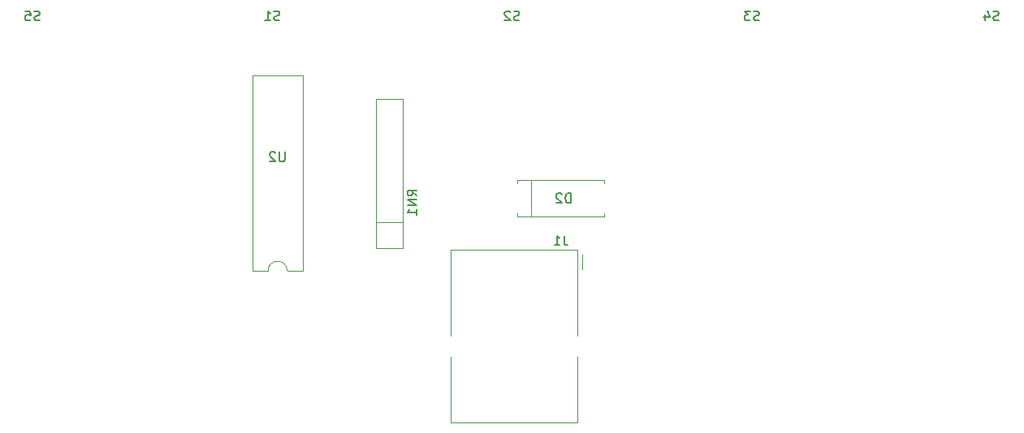
<source format=gbr>
G04 #@! TF.GenerationSoftware,KiCad,Pcbnew,5.1.5-52549c5~84~ubuntu19.10.1*
G04 #@! TF.CreationDate,2020-01-22T18:49:14-06:00*
G04 #@! TF.ProjectId,Timer,54696d65-722e-46b6-9963-61645f706362,rev?*
G04 #@! TF.SameCoordinates,PX93be440PYaa38e78*
G04 #@! TF.FileFunction,Legend,Bot*
G04 #@! TF.FilePolarity,Positive*
%FSLAX46Y46*%
G04 Gerber Fmt 4.6, Leading zero omitted, Abs format (unit mm)*
G04 Created by KiCad (PCBNEW 5.1.5-52549c5~84~ubuntu19.10.1) date 2020-01-22 18:49:14*
%MOMM*%
%LPD*%
G04 APERTURE LIST*
%ADD10C,0.120000*%
%ADD11C,0.100000*%
%ADD12C,0.150000*%
G04 APERTURE END LIST*
D10*
X-48070000Y14730000D02*
X-61270000Y14730000D01*
X-61270000Y14730000D02*
X-61270000Y5710000D01*
D11*
X-61270000Y-3150000D02*
X-61270000Y-3270000D01*
D10*
X-61270000Y-3270000D02*
X-61270000Y3510000D01*
D11*
X-61270000Y-3260000D02*
X-61270000Y-3270000D01*
D10*
X-61270000Y-3270000D02*
X-48070000Y-3270000D01*
X-48070000Y-3270000D02*
X-48070000Y3510000D01*
D11*
X-48070000Y5780000D02*
X-48070000Y5710000D01*
D10*
X-48070000Y5710000D02*
X-48070000Y14730000D01*
X-47600000Y12730000D02*
X-47600000Y14260000D01*
X-66270000Y17623000D02*
X-69070000Y17623000D01*
X-66270000Y30493000D02*
X-66270000Y14913000D01*
X-69070000Y30493000D02*
X-66270000Y30493000D01*
X-69070000Y14913000D02*
X-69070000Y30493000D01*
X-66270000Y14913000D02*
X-69070000Y14913000D01*
X-76710000Y12523000D02*
X-78360000Y12523000D01*
X-76710000Y32963000D02*
X-76710000Y12523000D01*
X-82010000Y32963000D02*
X-76710000Y32963000D01*
X-82010000Y12523000D02*
X-82010000Y32963000D01*
X-80360000Y12523000D02*
X-82010000Y12523000D01*
X-78360000Y12523000D02*
G75*
G03X-80360000Y12523000I-1000000J0D01*
G01*
X-52955000Y18193000D02*
X-52955000Y22013000D01*
X-45330000Y22013000D02*
X-45330000Y21683000D01*
X-54350000Y22013000D02*
X-45330000Y22013000D01*
X-54350000Y21683000D02*
X-54350000Y22013000D01*
X-45330000Y18193000D02*
X-45330000Y18523000D01*
X-54350000Y18193000D02*
X-45330000Y18193000D01*
X-54350000Y18523000D02*
X-54350000Y18193000D01*
D12*
X-49496667Y16207620D02*
X-49496667Y15493334D01*
X-49449048Y15350477D01*
X-49353810Y15255239D01*
X-49210953Y15207620D01*
X-49115715Y15207620D01*
X-50496667Y15207620D02*
X-49925239Y15207620D01*
X-50210953Y15207620D02*
X-50210953Y16207620D01*
X-50115715Y16064762D01*
X-50020477Y15969524D01*
X-49925239Y15921905D01*
X-64825620Y20375477D02*
X-65301810Y20708810D01*
X-64825620Y20946905D02*
X-65825620Y20946905D01*
X-65825620Y20565953D01*
X-65778000Y20470715D01*
X-65730381Y20423096D01*
X-65635143Y20375477D01*
X-65492286Y20375477D01*
X-65397048Y20423096D01*
X-65349429Y20470715D01*
X-65301810Y20565953D01*
X-65301810Y20946905D01*
X-64825620Y19946905D02*
X-65825620Y19946905D01*
X-64825620Y19375477D01*
X-65825620Y19375477D01*
X-64825620Y18375477D02*
X-64825620Y18946905D01*
X-64825620Y18661191D02*
X-65825620Y18661191D01*
X-65682762Y18756429D01*
X-65587524Y18851667D01*
X-65539905Y18946905D01*
X-104158096Y38698239D02*
X-104300953Y38650620D01*
X-104539048Y38650620D01*
X-104634286Y38698239D01*
X-104681905Y38745858D01*
X-104729524Y38841096D01*
X-104729524Y38936334D01*
X-104681905Y39031572D01*
X-104634286Y39079191D01*
X-104539048Y39126810D01*
X-104348572Y39174429D01*
X-104253334Y39222048D01*
X-104205715Y39269667D01*
X-104158096Y39364905D01*
X-104158096Y39460143D01*
X-104205715Y39555381D01*
X-104253334Y39603000D01*
X-104348572Y39650620D01*
X-104586667Y39650620D01*
X-104729524Y39603000D01*
X-105634286Y39650620D02*
X-105158096Y39650620D01*
X-105110477Y39174429D01*
X-105158096Y39222048D01*
X-105253334Y39269667D01*
X-105491429Y39269667D01*
X-105586667Y39222048D01*
X-105634286Y39174429D01*
X-105681905Y39079191D01*
X-105681905Y38841096D01*
X-105634286Y38745858D01*
X-105586667Y38698239D01*
X-105491429Y38650620D01*
X-105253334Y38650620D01*
X-105158096Y38698239D01*
X-105110477Y38745858D01*
X-79158096Y38698239D02*
X-79300953Y38650620D01*
X-79539048Y38650620D01*
X-79634286Y38698239D01*
X-79681905Y38745858D01*
X-79729524Y38841096D01*
X-79729524Y38936334D01*
X-79681905Y39031572D01*
X-79634286Y39079191D01*
X-79539048Y39126810D01*
X-79348572Y39174429D01*
X-79253334Y39222048D01*
X-79205715Y39269667D01*
X-79158096Y39364905D01*
X-79158096Y39460143D01*
X-79205715Y39555381D01*
X-79253334Y39603000D01*
X-79348572Y39650620D01*
X-79586667Y39650620D01*
X-79729524Y39603000D01*
X-80681905Y38650620D02*
X-80110477Y38650620D01*
X-80396191Y38650620D02*
X-80396191Y39650620D01*
X-80300953Y39507762D01*
X-80205715Y39412524D01*
X-80110477Y39364905D01*
X-54158096Y38698239D02*
X-54300953Y38650620D01*
X-54539048Y38650620D01*
X-54634286Y38698239D01*
X-54681905Y38745858D01*
X-54729524Y38841096D01*
X-54729524Y38936334D01*
X-54681905Y39031572D01*
X-54634286Y39079191D01*
X-54539048Y39126810D01*
X-54348572Y39174429D01*
X-54253334Y39222048D01*
X-54205715Y39269667D01*
X-54158096Y39364905D01*
X-54158096Y39460143D01*
X-54205715Y39555381D01*
X-54253334Y39603000D01*
X-54348572Y39650620D01*
X-54586667Y39650620D01*
X-54729524Y39603000D01*
X-55110477Y39555381D02*
X-55158096Y39603000D01*
X-55253334Y39650620D01*
X-55491429Y39650620D01*
X-55586667Y39603000D01*
X-55634286Y39555381D01*
X-55681905Y39460143D01*
X-55681905Y39364905D01*
X-55634286Y39222048D01*
X-55062858Y38650620D01*
X-55681905Y38650620D01*
X-29158096Y38698239D02*
X-29300953Y38650620D01*
X-29539048Y38650620D01*
X-29634286Y38698239D01*
X-29681905Y38745858D01*
X-29729524Y38841096D01*
X-29729524Y38936334D01*
X-29681905Y39031572D01*
X-29634286Y39079191D01*
X-29539048Y39126810D01*
X-29348572Y39174429D01*
X-29253334Y39222048D01*
X-29205715Y39269667D01*
X-29158096Y39364905D01*
X-29158096Y39460143D01*
X-29205715Y39555381D01*
X-29253334Y39603000D01*
X-29348572Y39650620D01*
X-29586667Y39650620D01*
X-29729524Y39603000D01*
X-30062858Y39650620D02*
X-30681905Y39650620D01*
X-30348572Y39269667D01*
X-30491429Y39269667D01*
X-30586667Y39222048D01*
X-30634286Y39174429D01*
X-30681905Y39079191D01*
X-30681905Y38841096D01*
X-30634286Y38745858D01*
X-30586667Y38698239D01*
X-30491429Y38650620D01*
X-30205715Y38650620D01*
X-30110477Y38698239D01*
X-30062858Y38745858D01*
X-4158096Y38698239D02*
X-4300953Y38650620D01*
X-4539048Y38650620D01*
X-4634286Y38698239D01*
X-4681905Y38745858D01*
X-4729524Y38841096D01*
X-4729524Y38936334D01*
X-4681905Y39031572D01*
X-4634286Y39079191D01*
X-4539048Y39126810D01*
X-4348572Y39174429D01*
X-4253334Y39222048D01*
X-4205715Y39269667D01*
X-4158096Y39364905D01*
X-4158096Y39460143D01*
X-4205715Y39555381D01*
X-4253334Y39603000D01*
X-4348572Y39650620D01*
X-4586667Y39650620D01*
X-4729524Y39603000D01*
X-5586667Y39317286D02*
X-5586667Y38650620D01*
X-5348572Y39698239D02*
X-5110477Y38983953D01*
X-5729524Y38983953D01*
X-78613096Y24931620D02*
X-78613096Y24122096D01*
X-78660715Y24026858D01*
X-78708334Y23979239D01*
X-78803572Y23931620D01*
X-78994048Y23931620D01*
X-79089286Y23979239D01*
X-79136905Y24026858D01*
X-79184524Y24122096D01*
X-79184524Y24931620D01*
X-79613096Y24836381D02*
X-79660715Y24884000D01*
X-79755953Y24931620D01*
X-79994048Y24931620D01*
X-80089286Y24884000D01*
X-80136905Y24836381D01*
X-80184524Y24741143D01*
X-80184524Y24645905D01*
X-80136905Y24503048D01*
X-79565477Y23931620D01*
X-80184524Y23931620D01*
X-48791905Y19613620D02*
X-48791905Y20613620D01*
X-49030000Y20613620D01*
X-49172858Y20566000D01*
X-49268096Y20470762D01*
X-49315715Y20375524D01*
X-49363334Y20185048D01*
X-49363334Y20042191D01*
X-49315715Y19851715D01*
X-49268096Y19756477D01*
X-49172858Y19661239D01*
X-49030000Y19613620D01*
X-48791905Y19613620D01*
X-49744286Y20518381D02*
X-49791905Y20566000D01*
X-49887143Y20613620D01*
X-50125239Y20613620D01*
X-50220477Y20566000D01*
X-50268096Y20518381D01*
X-50315715Y20423143D01*
X-50315715Y20327905D01*
X-50268096Y20185048D01*
X-49696667Y19613620D01*
X-50315715Y19613620D01*
M02*

</source>
